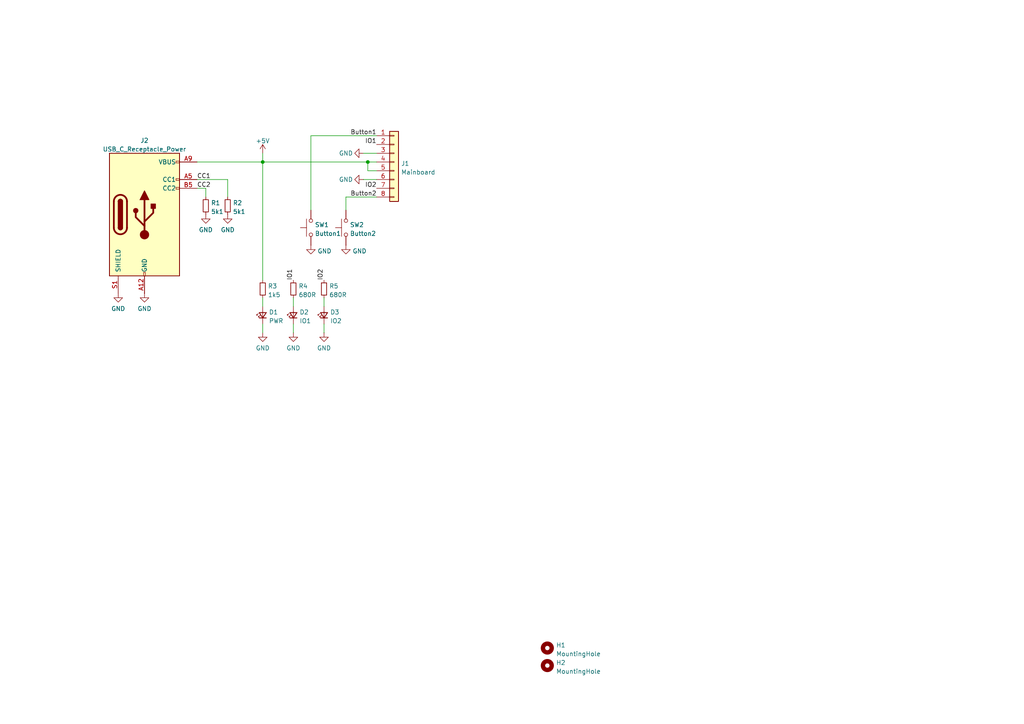
<source format=kicad_sch>
(kicad_sch (version 20231120) (generator "eeschema") (generator_version "8.0")
  (paper "A4")
  (title_block (title "BloopBox Tailboard") (date "${DATE}") (rev "${VERSION}") (company "Qetesh"))
  (lib_symbols
    (symbol "Connector_Generic:Conn_01x08" (pin_names (offset 1.016) hide)
      (property "Reference" "J" (at 0 10.16 0))
      (property "Value" "Conn_01x08" (at 0 -12.7 0))
      (symbol "Conn_01x08_1_1"
        (rectangle (start -1.27 -10.033) (end 0 -10.287) (stroke (width 0.1524)))
        (rectangle (start -1.27 -7.493) (end 0 -7.747) (stroke (width 0.1524)))
        (rectangle (start -1.27 -4.953) (end 0 -5.207) (stroke (width 0.1524)))
        (rectangle (start -1.27 -2.413) (end 0 -2.667) (stroke (width 0.1524)))
        (rectangle (start -1.27 0.127) (end 0 -0.127) (stroke (width 0.1524)))
        (rectangle (start -1.27 2.667) (end 0 2.413) (stroke (width 0.1524)))
        (rectangle (start -1.27 5.207) (end 0 4.953) (stroke (width 0.1524)))
        (rectangle (start -1.27 7.747) (end 0 7.493) (stroke (width 0.1524)))
        (rectangle (start -1.27 8.89) (end 1.27 -11.43) (stroke (width 0.254)) (fill (type background)))
        (pin passive line (at -5.08 7.62 0) (length 3.81) (name "Pin_1") (number "1"))
        (pin passive line (at -5.08 5.08 0) (length 3.81) (name "Pin_2") (number "2"))
        (pin passive line (at -5.08 2.54 0) (length 3.81) (name "Pin_3") (number "3"))
        (pin passive line (at -5.08 0 0) (length 3.81) (name "Pin_4") (number "4"))
        (pin passive line (at -5.08 -2.54 0) (length 3.81) (name "Pin_5") (number "5"))
        (pin passive line (at -5.08 -5.08 0) (length 3.81) (name "Pin_6") (number "6"))
        (pin passive line (at -5.08 -7.62 0) (length 3.81) (name "Pin_7") (number "7"))
        (pin passive line (at -5.08 -10.16 0) (length 3.81) (name "Pin_8") (number "8"))
      )
    )
    (symbol "Device:LED_Small" (pin_numbers hide) (pin_names (offset 0.254) hide)
      (property "Reference" "D" (at -1.27 3.175 0))
      (property "Value" "LED_Small" (at -4.445 -2.54 0))
      (symbol "LED_Small_0_1"
        (polyline (pts (xy -0.762 -1.016) (xy -0.762 1.016)) (stroke (width 0.254)))
        (polyline (pts (xy 1.016 0) (xy -0.762 0)))
        (polyline (pts (xy 0.762 -1.016) (xy -0.762 0) (xy 0.762 1.016) (xy 0.762 -1.016)) (stroke (width 0.254)))
        (polyline (pts (xy 0 0.762) (xy -0.508 1.27) (xy -0.254 1.27) (xy -0.508 1.27) (xy -0.508 1.016)))
        (polyline (pts (xy 0.508 1.27) (xy 0 1.778) (xy 0.254 1.778) (xy 0 1.778) (xy 0 1.524)))
      )
      (symbol "LED_Small_1_1"
        (pin passive line (at -2.54 0 0) (length 1.778) (name "K") (number "1"))
        (pin passive line (at 2.54 0 180) (length 1.778) (name "A") (number "2"))
      )
    )
    (symbol "Device:R_Small" (pin_numbers hide) (pin_names (offset 0.254) hide)
      (property "Reference" "R" (at 0.762 0.508 0))
      (property "Value" "R_Small" (at 0.762 -1.016 0))
      (symbol "R_Small_0_1"
        (rectangle (start -0.762 1.778) (end 0.762 -1.778) (stroke (width 0.2032)))
      )
      (symbol "R_Small_1_1"
        (pin passive line (at 0 2.54 270) (length 0.762) (name "~") (number "1"))
        (pin passive line (at 0 -2.54 90) (length 0.762) (name "~") (number "2"))
      )
    )
    (symbol "Mechanical:MountingHole" (pin_names (offset 1.016)) (exclude_from_sim yes) (in_bom no)
      (property "Reference" "H" (at 0 5.08 0))
      (property "Value" "MountingHole" (at 0 3.175 0))
      (symbol "MountingHole_0_1"
        (circle (center 0 0) (radius 1.27) (stroke (width 1.27)))
      )
    )
    (symbol "My_Symbols:USB_C_Receptacle_Power" (pin_names (offset 1.016))
      (property "Reference" "J7" (at 0 21.4798 0))
      (property "Value" "USB_C_Receptacle_Power" (at 0 18.9429 0))
      (symbol "USB_C_Receptacle_Power_0_0"
        (rectangle (start -0.254 -17.78) (end 0.254 -16.764))
        (rectangle (start 10.16 7.874) (end 9.144 7.366))
        (rectangle (start 10.16 10.414) (end 9.144 9.906))
        (rectangle (start 10.16 15.494) (end 9.144 14.986))
      )
      (symbol "USB_C_Receptacle_Power_0_1"
        (rectangle (start -10.16 17.78) (end 10.16 -17.78) (stroke (width 0.254)) (fill (type background)))
        (arc (start -8.89 -3.81) (mid -6.985 -5.7067) (end -5.08 -3.81) (stroke (width 0.508)))
        (arc (start -7.62 -3.81) (mid -6.985 -4.4423) (end -6.35 -3.81) (stroke (width 0.254)))
        (arc (start -7.62 -3.81) (mid -6.985 -4.4423) (end -6.35 -3.81) (stroke (width 0.254)) (fill (type outline)))
        (rectangle (start -7.62 -3.81) (end -6.35 3.81) (stroke (width 0.254)) (fill (type outline)))
        (arc (start -6.35 3.81) (mid -6.985 4.4423) (end -7.62 3.81) (stroke (width 0.254)))
        (arc (start -6.35 3.81) (mid -6.985 4.4423) (end -7.62 3.81) (stroke (width 0.254)) (fill (type outline)))
        (arc (start -5.08 3.81) (mid -6.985 5.7067) (end -8.89 3.81) (stroke (width 0.508)))
        (circle (center -2.54 1.143) (radius 0.635) (stroke (width 0.254)) (fill (type outline)))
        (circle (center 0 -5.842) (radius 1.27) (fill (type outline)))
        (polyline (pts (xy -8.89 -3.81) (xy -8.89 3.81)) (stroke (width 0.508)))
        (polyline (pts (xy -5.08 3.81) (xy -5.08 -3.81)) (stroke (width 0.508)))
        (polyline (pts (xy 0 -5.842) (xy 0 4.318)) (stroke (width 0.508)))
        (polyline (pts (xy 0 -3.302) (xy -2.54 -0.762) (xy -2.54 0.508)) (stroke (width 0.508)))
        (polyline (pts (xy 0 -2.032) (xy 2.54 0.508) (xy 2.54 1.778)) (stroke (width 0.508)))
        (polyline (pts (xy -1.27 4.318) (xy 0 6.858) (xy 1.27 4.318) (xy -1.27 4.318)) (stroke (width 0.254)) (fill (type outline)))
        (rectangle (start 1.905 1.778) (end 3.175 3.048) (stroke (width 0.254)) (fill (type outline)))
      )
      (symbol "USB_C_Receptacle_Power_1_1"
        (pin passive line (at 0 -22.86 90) (length 5.08) (name "GND") (number "A12"))
        (pin bidirectional line (at 15.24 10.16 180) (length 5.08) (name "CC1") (number "A5"))
        (pin passive line (at 15.24 15.24 180) (length 5.08) (name "VBUS") (number "A9"))
        (pin passive line (at 0 -22.86 90) (length 5.08) hide (name "GND") (number "B12"))
        (pin bidirectional line (at 15.24 7.62 180) (length 5.08) (name "CC2") (number "B5"))
        (pin passive line (at 15.24 15.24 180) (length 5.08) hide (name "VBUS") (number "B9"))
        (pin passive line (at -7.62 -22.86 90) (length 5.08) (name "SHIELD") (number "S1"))
      )
    )
    (symbol "Switch:SW_Push" (pin_numbers hide) (pin_names (offset 1.016) hide)
      (property "Reference" "SW" (at 1.27 2.54 0))
      (property "Value" "SW_Push" (at 0 -1.524 0))
      (symbol "SW_Push_0_1"
        (circle (center -2.032 0) (radius 0.508))
        (polyline (pts (xy 0 1.27) (xy 0 3.048)))
        (polyline (pts (xy 2.54 1.27) (xy -2.54 1.27)))
        (circle (center 2.032 0) (radius 0.508))
        (pin passive line (at -5.08 0 0) (length 2.54) (name "1") (number "1"))
        (pin passive line (at 5.08 0 180) (length 2.54) (name "2") (number "2"))
      )
    )
    (symbol "power:+5V" (power) (pin_numbers hide) (pin_names (offset 0) hide)
      (property "Value" "+5V" (at 0 3.556 0))
      (symbol "+5V_0_1"
        (polyline (pts (xy -0.762 1.27) (xy 0 2.54)))
        (polyline (pts (xy 0 0) (xy 0 2.54)))
        (polyline (pts (xy 0 2.54) (xy 0.762 1.27)))
      )
      (symbol "+5V_1_1"
        (pin power_in line (at 0 0 90) (length 0) (name "~") (number "1"))
      )
    )
    (symbol "power:GND" (power) (pin_numbers hide) (pin_names (offset 0) hide)
      (property "Value" "GND" (at 0 -3.81 0))
      (symbol "GND_0_1"
        (polyline (pts (xy 0 0) (xy 0 -1.27) (xy 1.27 -1.27) (xy 0 -2.54) (xy -1.27 -1.27) (xy 0 -1.27)))
      )
      (symbol "GND_1_1"
        (pin power_in line (at 0 0 270) (length 0) (name "~") (number "1"))
      )
    )
    (symbol "power:PWR_FLAG" (power) (pin_numbers hide) (pin_names (offset 0) hide)
      (property "Value" "PWR_FLAG" (at 0 3.81 0))
      (symbol "PWR_FLAG_0_0"
        (pin power_out line (at 0 0 90) (length 0) (name "~") (number "1"))
      )
      (symbol "PWR_FLAG_0_1"
        (polyline (pts (xy 0 0) (xy 0 1.27) (xy -1.016 1.905) (xy 0 2.54) (xy 1.016 1.905) (xy 0 1.27)))
      )
    )
  )
  (junction (at 106.68 46.99))
  (junction (at 76.2 46.99))
  (wire (pts (xy 100.33 60.96) (xy 100.33 57.15)))
  (wire (pts (xy 85.09 96.52) (xy 85.09 93.98)))
  (wire (pts (xy 76.2 44.45) (xy 76.2 46.99)))
  (wire (pts (xy 76.2 86.36) (xy 76.2 88.9)))
  (wire (pts (xy 109.22 49.53) (xy 106.68 49.53)))
  (wire (pts (xy 105.41 44.45) (xy 109.22 44.45)))
  (wire (pts (xy 90.17 39.37) (xy 109.22 39.37)))
  (wire (pts (xy 90.17 39.37) (xy 90.17 60.96)))
  (wire (pts (xy 85.09 86.36) (xy 85.09 88.9)))
  (wire (pts (xy 93.98 86.36) (xy 93.98 88.9)))
  (wire (pts (xy 76.2 96.52) (xy 76.2 93.98)))
  (wire (pts (xy 93.98 96.52) (xy 93.98 93.98)))
  (wire (pts (xy 66.04 57.15) (xy 66.04 52.07)))
  (wire (pts (xy 76.2 46.99) (xy 106.68 46.99)))
  (wire (pts (xy 59.69 54.61) (xy 57.15 54.61)))
  (wire (pts (xy 105.41 52.07) (xy 109.22 52.07)))
  (wire (pts (xy 100.33 57.15) (xy 109.22 57.15)))
  (wire (pts (xy 66.04 52.07) (xy 57.15 52.07)))
  (wire (pts (xy 59.69 57.15) (xy 59.69 54.61)))
  (wire (pts (xy 76.2 46.99) (xy 76.2 81.28)))
  (wire (pts (xy 57.15 46.99) (xy 76.2 46.99)))
  (wire (pts (xy 106.68 49.53) (xy 106.68 46.99)))
  (wire (pts (xy 106.68 46.99) (xy 109.22 46.99)))
  (label "IO1" (at 85.09 81.28 90))
  (label "Button2" (at 109.22 57.15 180))
  (label "CC1" (at 57.15 52.07 0))
  (label "IO2" (at 93.98 81.28 90))
  (label "IO2" (at 109.22 54.61 180))
  (label "CC2" (at 57.15 54.61 0))
  (label "Button1" (at 109.22 39.37 180))
  (label "IO1" (at 109.22 41.91 180))
  (symbol (lib_id "Connector_Generic:Conn_01x08") (at 114.3 46.99 0) (unit 1)
    (property "Reference" "J1" (at 116.332 47.4253 0) (effects (justify left)))
    (property "Value" "Mainboard" (at 116.332 49.9622 0) (effects (justify left)))
    (property "Footprint" "Connector_JST:JST_PH_S8B-PH-K_1x08_P2.00mm_Horizontal" (effects (hide yes)))
    (property "Description" "Generic connector, single row, 01x08, script generated (kicad-library-utils/schlib/autogen/connector/)" (effects (hide yes)))
    (property "LCSC" "C20598766" (effects (hide yes)))
  )
  (symbol (lib_id "power:+5V") (at -33.02 181.61 0) (unit 1)
    (property "Reference" "#PWR014" (effects (hide yes)))
    (property "Value" "+5V" (at -33.02 178.0342 0))
    (property "Description" "Power symbol creates a global label with name \"+5V\"" (effects (hide yes)))
  )
  (symbol (lib_id "Device:LED_Small") (at 85.09 91.44 90) (unit 1)
    (property "Reference" "D2" (at 86.868 90.5418 90) (effects (justify right)))
    (property "Value" "IO1" (at 86.868 93.0787 90) (effects (justify right)))
    (property "Footprint" "LED_SMD:LED_0603_1608Metric" (effects (hide yes)))
    (property "Description" "Light emitting diode, small symbol" (effects (hide yes)))
    (property "LCSC" "C72038" (effects (hide yes)))
  )
  (symbol (lib_id "Switch:SW_Push") (at 90.17 66.04 90) (unit 1)
    (property "Reference" "SW1" (at 91.313 65.2053 90) (effects (justify right)))
    (property "Value" "Button1" (at 91.313 67.7422 90) (effects (justify right)))
    (property "Footprint" "Button_Switch_THT:SW_Tactile_SPST_Angled_PTS645Vx83-2LFS" (effects (hide yes)))
    (property "Description" "Push button switch, generic, two pins" (effects (hide yes)))
    (property "LCSC" "C338650" (effects (hide yes)))
  )
  (symbol (lib_id "Device:LED_Small") (at 93.98 91.44 90) (unit 1)
    (property "Reference" "D3" (at 95.758 90.5418 90) (effects (justify right)))
    (property "Value" "IO2" (at 95.758 93.0787 90) (effects (justify right)))
    (property "Footprint" "LED_SMD:LED_0603_1608Metric" (effects (hide yes)))
    (property "Description" "Light emitting diode, small symbol" (effects (hide yes)))
    (property "LCSC" "C72038" (effects (hide yes)))
  )
  (symbol (lib_id "power:GND") (at 85.09 96.52 0) (unit 1)
    (property "Reference" "#PWR011" (effects (hide yes)))
    (property "Value" "GND" (at 85.09 100.9634 0))
    (property "Description" "Power symbol creates a global label with name \"GND\" , ground" (effects (hide yes)))
  )
  (symbol (lib_id "power:GND") (at 76.2 96.52 0) (unit 1)
    (property "Reference" "#PWR010" (effects (hide yes)))
    (property "Value" "GND" (at 76.2 100.9634 0))
    (property "Description" "Power symbol creates a global label with name \"GND\" , ground" (effects (hide yes)))
  )
  (symbol (lib_id "power:GND") (at 105.41 52.07 270) (unit 1)
    (property "Reference" "#PWR03" (effects (hide yes)))
    (property "Value" "GND" (at 100.33 52.07 90))
    (property "Description" "Power symbol creates a global label with name \"GND\" , ground" (effects (hide yes)))
  )
  (symbol (lib_id "Device:R_Small") (at 93.98 83.82 0) (unit 1)
    (property "Reference" "R5" (at 95.4786 82.9853 0) (effects (justify left)))
    (property "Value" "680R" (at 95.4786 85.5222 0) (effects (justify left)))
    (property "Footprint" "Resistor_SMD:R_0603_1608Metric" (effects (hide yes)))
    (property "Description" "Resistor, small symbol" (effects (hide yes)))
    (property "LCSC" "C23228" (effects (hide yes)))
  )
  (symbol (lib_id "Mechanical:MountingHole") (at 158.75 187.96 0) (unit 1)
    (property "Reference" "H1" (at 161.29 187.1253 0) (effects (justify left)))
    (property "Value" "MountingHole" (at 161.29 189.6622 0) (effects (justify left)))
    (property "Footprint" "MountingHole:MountingHole_3.2mm_M3" (effects (hide yes)))
    (property "Description" "Mounting Hole without connection" (effects (hide yes)))
  )
  (symbol (lib_id "Device:LED_Small") (at 76.2 91.44 90) (unit 1)
    (property "Reference" "D1" (at 77.978 90.5418 90) (effects (justify right)))
    (property "Value" "PWR" (at 77.978 93.0787 90) (effects (justify right)))
    (property "Footprint" "LED_SMD:LED_0603_1608Metric" (effects (hide yes)))
    (property "Description" "Light emitting diode, small symbol" (effects (hide yes)))
    (property "LCSC" "C72038" (effects (hide yes)))
  )
  (symbol (lib_id "power:GND") (at 34.29 85.09 0) (unit 1)
    (property "Reference" "#PWR08" (effects (hide yes)))
    (property "Value" "GND" (at 34.29 89.5334 0))
    (property "Description" "Power symbol creates a global label with name \"GND\" , ground" (effects (hide yes)))
  )
  (symbol (lib_id "power:GND") (at 59.69 62.23 0) (unit 1)
    (property "Reference" "#PWR04" (effects (hide yes)))
    (property "Value" "GND" (at 59.69 66.6734 0))
    (property "Description" "Power symbol creates a global label with name \"GND\" , ground" (effects (hide yes)))
  )
  (symbol (lib_id "power:GND") (at 66.04 62.23 0) (unit 1)
    (property "Reference" "#PWR05" (effects (hide yes)))
    (property "Value" "GND" (at 66.04 66.6734 0))
    (property "Description" "Power symbol creates a global label with name \"GND\" , ground" (effects (hide yes)))
  )
  (symbol (lib_id "My_Symbols:USB_C_Receptacle_Power") (at 41.91 62.23 0) (unit 1)
    (property "Reference" "J2" (at 41.91 40.7502 0))
    (property "Value" "USB_C_Receptacle_Power" (at 41.91 43.2871 0))
    (property "Footprint" "USB4125-GF-A_REVA2:GCT_USB4125-GF-A_REVA2" (effects (hide yes)))
    (property "Datasheet" "https://www.usb.org/sites/default/files/documents/usb_type-c.zip" (effects (hide yes)))
    (property "Description" "USB 2.0-only Type-C Receptacle connector" (effects (hide yes)))
    (property "LCSC" "C283540" (effects (hide yes)))
  )
  (symbol (lib_id "Device:R_Small") (at 59.69 59.69 0) (unit 1)
    (property "Reference" "R1" (at 61.1886 58.8553 0) (effects (justify left)))
    (property "Value" "5k1" (at 61.1886 61.3922 0) (effects (justify left)))
    (property "Footprint" "Resistor_SMD:R_0603_1608Metric" (effects (hide yes)))
    (property "Description" "Resistor, small symbol" (effects (hide yes)))
    (property "LCSC" "C23186" (effects (hide yes)))
  )
  (symbol (lib_id "power:PWR_FLAG") (at -33.02 181.61 180) (unit 1)
    (property "Reference" "#FLG02" (effects (hide yes)))
    (property "Value" "PWR_FLAG" (at -33.02 186.0534 0))
    (property "Description" "Special symbol for telling ERC where power comes from" (effects (hide yes)))
  )
  (symbol (lib_id "Switch:SW_Push") (at 100.33 66.04 90) (unit 1)
    (property "Reference" "SW2" (at 101.473 65.2053 90) (effects (justify right)))
    (property "Value" "Button2" (at 101.473 67.7422 90) (effects (justify right)))
    (property "Footprint" "Button_Switch_THT:SW_Tactile_SPST_Angled_PTS645Vx83-2LFS" (effects (hide yes)))
    (property "Description" "Push button switch, generic, two pins" (effects (hide yes)))
    (property "LCSC" "C338650" (effects (hide yes)))
  )
  (symbol (lib_id "power:PWR_FLAG") (at -29.21 181.61 180) (unit 1)
    (property "Reference" "#FLG03" (effects (hide yes)))
    (property "Value" "PWR_FLAG" (at -27.559 183.3138 0) (effects (justify right)))
    (property "Description" "Special symbol for telling ERC where power comes from" (effects (hide yes)))
  )
  (symbol (lib_id "Device:R_Small") (at 76.2 83.82 0) (unit 1)
    (property "Reference" "R3" (at 77.6986 82.9853 0) (effects (justify left)))
    (property "Value" "1k5" (at 77.6986 85.5222 0) (effects (justify left)))
    (property "Footprint" "Resistor_SMD:R_0603_1608Metric" (effects (hide yes)))
    (property "Description" "Resistor, small symbol" (effects (hide yes)))
    (property "LCSC" "C22843" (effects (hide yes)))
  )
  (symbol (lib_id "power:GND") (at 90.17 71.12 0) (unit 1)
    (property "Reference" "#PWR06" (effects (hide yes)))
    (property "Value" "GND" (at 92.075 72.8238 0) (effects (justify left)))
    (property "Description" "Power symbol creates a global label with name \"GND\" , ground" (effects (hide yes)))
  )
  (symbol (lib_id "power:GND") (at 93.98 96.52 0) (unit 1)
    (property "Reference" "#PWR012" (effects (hide yes)))
    (property "Value" "GND" (at 93.98 100.9634 0))
    (property "Description" "Power symbol creates a global label with name \"GND\" , ground" (effects (hide yes)))
  )
  (symbol (lib_id "power:GND") (at -29.21 181.61 0) (mirror x) (unit 1)
    (property "Reference" "#PWR015" (effects (hide yes)))
    (property "Value" "GND" (at -27.305 180.7738 0) (effects (justify left)))
    (property "Description" "Power symbol creates a global label with name \"GND\" , ground" (effects (hide yes)))
  )
  (symbol (lib_id "power:GND") (at 105.41 44.45 270) (unit 1)
    (property "Reference" "#PWR02" (effects (hide yes)))
    (property "Value" "GND" (at 100.33 44.45 90))
    (property "Description" "Power symbol creates a global label with name \"GND\" , ground" (effects (hide yes)))
  )
  (symbol (lib_id "power:GND") (at 41.91 85.09 0) (unit 1)
    (property "Reference" "#PWR09" (effects (hide yes)))
    (property "Value" "GND" (at 41.91 89.5334 0))
    (property "Description" "Power symbol creates a global label with name \"GND\" , ground" (effects (hide yes)))
  )
  (symbol (lib_id "Device:R_Small") (at 85.09 83.82 0) (unit 1)
    (property "Reference" "R4" (at 86.5886 82.9853 0) (effects (justify left)))
    (property "Value" "680R" (at 86.5886 85.5222 0) (effects (justify left)))
    (property "Footprint" "Resistor_SMD:R_0603_1608Metric" (effects (hide yes)))
    (property "Description" "Resistor, small symbol" (effects (hide yes)))
    (property "LCSC" "C23228" (effects (hide yes)))
  )
  (symbol (lib_id "power:+5V") (at 76.2 44.45 0) (unit 1)
    (property "Reference" "#PWR01" (effects (hide yes)))
    (property "Value" "+5V" (at 76.2 40.8742 0))
    (property "Description" "Power symbol creates a global label with name \"+5V\"" (effects (hide yes)))
  )
  (symbol (lib_id "Device:R_Small") (at 66.04 59.69 0) (unit 1)
    (property "Reference" "R2" (at 67.5386 58.8553 0) (effects (justify left)))
    (property "Value" "5k1" (at 67.5386 61.3922 0) (effects (justify left)))
    (property "Footprint" "Resistor_SMD:R_0603_1608Metric" (effects (hide yes)))
    (property "Description" "Resistor, small symbol" (effects (hide yes)))
    (property "LCSC" "C23186" (effects (hide yes)))
  )
  (symbol (lib_id "Mechanical:MountingHole") (at 158.75 193.04 0) (unit 1)
    (property "Reference" "H2" (at 161.29 192.2053 0) (effects (justify left)))
    (property "Value" "MountingHole" (at 161.29 194.7422 0) (effects (justify left)))
    (property "Footprint" "MountingHole:MountingHole_3.2mm_M3" (effects (hide yes)))
    (property "Description" "Mounting Hole without connection" (effects (hide yes)))
  )
  (symbol (lib_id "power:GND") (at 100.33 71.12 0) (unit 1)
    (property "Reference" "#PWR07" (effects (hide yes)))
    (property "Value" "GND" (at 102.235 72.8238 0) (effects (justify left)))
    (property "Description" "Power symbol creates a global label with name \"GND\" , ground" (effects (hide yes)))
  )
)
</source>
